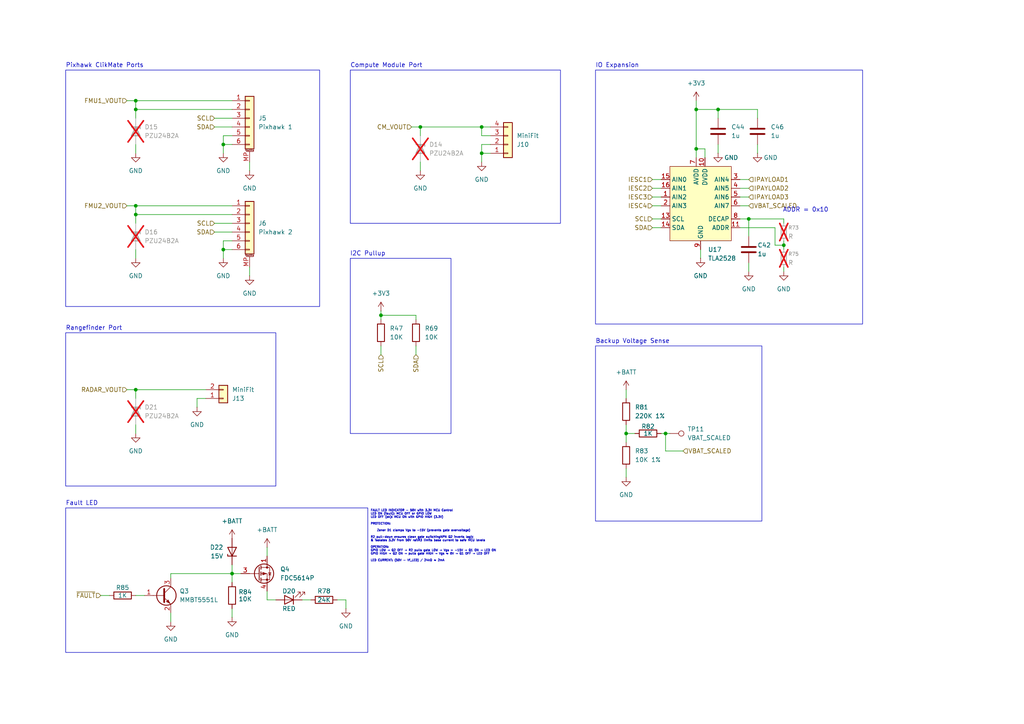
<source format=kicad_sch>
(kicad_sch (version 20250114) (generator "eeschema") (generator_version "9.0")
  (paper "A4")
  (lib_symbols
    (symbol "Analog_ADC_Extra:TLA2528"
      (property "Reference" "U" (at 13.208 20.574 0))
      (property "Value" "TA2528" (at 0 0 0))
      (symbol "TLA2528_1_1"
        (rectangle (start -8.89 10.16) (end 8.89 -11.43) (fill (type background)))
        (pin bidirectional line (at -11.43 6.35 0) (length 2.54) (name "AIN0") (number "15"))
        (pin bidirectional line (at -11.43 3.81 0) (length 2.54) (name "AIN1") (number "16"))
        (pin bidirectional line (at -11.43 1.27 0) (length 2.54) (name "AIN2") (number "1"))
        (pin bidirectional line (at -11.43 -1.27 0) (length 2.54) (name "AIN3") (number "2"))
        (pin input line (at -11.43 -5.08 0) (length 2.54) (name "SCL") (number "13"))
        (pin bidirectional line (at -11.43 -7.62 0) (length 2.54) (name "SDA") (number "14"))
        (pin power_in line (at -1.27 12.7 270) (length 2.54) (name "AVDD") (number "7"))
        (pin power_in line (at 0 -13.97 90) (length 2.54) (hide yes) (name "GND") (number "17"))
        (pin power_in line (at 0 -13.97 90) (length 2.54) (name "GND") (number "9"))
        (pin power_in line (at 1.27 12.7 270) (length 2.54) (name "DVDD") (number "10"))
        (pin no_connect line (at 2.54 -13.97 90) (length 2.54) (hide yes) (name "NC") (number "12"))
        (pin bidirectional line (at 11.43 6.35 180) (length 2.54) (name "AIN4") (number "3"))
        (pin bidirectional line (at 11.43 3.81 180) (length 2.54) (name "AIN5") (number "4"))
        (pin bidirectional line (at 11.43 1.27 180) (length 2.54) (name "AIN6") (number "5"))
        (pin bidirectional line (at 11.43 -1.27 180) (length 2.54) (name "AIN7") (number "6"))
        (pin passive line (at 11.43 -5.08 180) (length 2.54) (name "DECAP") (number "8"))
        (pin input line (at 11.43 -7.62 180) (length 2.54) (name "ADDR") (number "11"))
      )
    )
    (symbol "Connector:TestPoint" (pin_numbers (hide yes)) (pin_names (offset 0.762) (hide yes))
      (property "Reference" "TP" (at 0 6.858 0))
      (property "Value" "TestPoint" (at 0 5.08 0))
      (symbol "TestPoint_0_1"
        (circle (center 0 3.302) (radius 0.762))
      )
      (symbol "TestPoint_1_1"
        (pin passive line (at 0 0 90) (length 2.54) (name "1") (number "1"))
      )
    )
    (symbol "Connector_Generic:Conn_01x02" (pin_names (offset 1.016) (hide yes))
      (property "Reference" "J" (at 0 2.54 0))
      (property "Value" "Conn_01x02" (at 0 -5.08 0))
      (symbol "Conn_01x02_1_1"
        (rectangle (start -1.27 1.27) (end 1.27 -3.81) (stroke (width 0.254)) (fill (type background)))
        (rectangle (start -1.27 0.127) (end 0 -0.127) (stroke (width 0.1524)))
        (rectangle (start -1.27 -2.413) (end 0 -2.667) (stroke (width 0.1524)))
        (pin passive line (at -5.08 0 0) (length 3.81) (name "Pin_1") (number "1"))
        (pin passive line (at -5.08 -2.54 0) (length 3.81) (name "Pin_2") (number "2"))
      )
    )
    (symbol "Connector_Generic:Conn_01x04" (pin_names (offset 1.016) (hide yes))
      (property "Reference" "J" (at 0 5.08 0))
      (property "Value" "Conn_01x04" (at 0 -7.62 0))
      (symbol "Conn_01x04_1_1"
        (rectangle (start -1.27 3.81) (end 1.27 -6.35) (stroke (width 0.254)) (fill (type background)))
        (rectangle (start -1.27 2.667) (end 0 2.413) (stroke (width 0.1524)))
        (rectangle (start -1.27 0.127) (end 0 -0.127) (stroke (width 0.1524)))
        (rectangle (start -1.27 -2.413) (end 0 -2.667) (stroke (width 0.1524)))
        (rectangle (start -1.27 -4.953) (end 0 -5.207) (stroke (width 0.1524)))
        (pin passive line (at -5.08 2.54 0) (length 3.81) (name "Pin_1") (number "1"))
        (pin passive line (at -5.08 0 0) (length 3.81) (name "Pin_2") (number "2"))
        (pin passive line (at -5.08 -2.54 0) (length 3.81) (name "Pin_3") (number "3"))
        (pin passive line (at -5.08 -5.08 0) (length 3.81) (name "Pin_4") (number "4"))
      )
    )
    (symbol "Connector_Generic_MountingPin:Conn_01x06_MountingPin" (pin_names (offset 1.016) (hide yes))
      (property "Reference" "J" (at 0 7.62 0))
      (property "Value" "Conn_01x06_MountingPin" (at 1.27 -10.16 0))
      (symbol "Conn_01x06_MountingPin_1_1"
        (rectangle (start -1.27 6.35) (end 1.27 -8.89) (stroke (width 0.254)) (fill (type background)))
        (rectangle (start -1.27 5.207) (end 0 4.953) (stroke (width 0.1524)))
        (rectangle (start -1.27 2.667) (end 0 2.413) (stroke (width 0.1524)))
        (rectangle (start -1.27 0.127) (end 0 -0.127) (stroke (width 0.1524)))
        (rectangle (start -1.27 -2.413) (end 0 -2.667) (stroke (width 0.1524)))
        (rectangle (start -1.27 -4.953) (end 0 -5.207) (stroke (width 0.1524)))
        (rectangle (start -1.27 -7.493) (end 0 -7.747) (stroke (width 0.1524)))
        (polyline (pts (xy -1.016 -9.652) (xy 1.016 -9.652)) (stroke (width 0.1524)))
        (text "Mounting" (at 0 -9.271 0) (effects (font (size 0.381 0.381))))
        (pin passive line (at -5.08 5.08 0) (length 3.81) (name "Pin_1") (number "1"))
        (pin passive line (at -5.08 2.54 0) (length 3.81) (name "Pin_2") (number "2"))
        (pin passive line (at -5.08 0 0) (length 3.81) (name "Pin_3") (number "3"))
        (pin passive line (at -5.08 -2.54 0) (length 3.81) (name "Pin_4") (number "4"))
        (pin passive line (at -5.08 -5.08 0) (length 3.81) (name "Pin_5") (number "5"))
        (pin passive line (at -5.08 -7.62 0) (length 3.81) (name "Pin_6") (number "6"))
        (pin passive line (at 0 -12.7 90) (length 3.048) (name "MountPin") (number "MP"))
      )
    )
    (symbol "Device:C" (pin_numbers (hide yes)) (pin_names (offset 0.254))
      (property "Reference" "C" (at 0.635 2.54 0))
      (property "Value" "C" (at 0.635 -2.54 0))
      (symbol "C_0_1"
        (polyline (pts (xy -2.032 0.762) (xy 2.032 0.762)) (stroke (width 0.508)))
        (polyline (pts (xy -2.032 -0.762) (xy 2.032 -0.762)) (stroke (width 0.508)))
      )
      (symbol "C_1_1"
        (pin passive line (at 0 3.81 270) (length 2.794) (name "~") (number "1"))
        (pin passive line (at 0 -3.81 90) (length 2.794) (name "~") (number "2"))
      )
    )
    (symbol "Device:D_Zener" (pin_numbers (hide yes)) (pin_names (offset 1.016) (hide yes))
      (property "Reference" "D" (at 0 2.54 0))
      (property "Value" "D_Zener" (at 0 -2.54 0))
      (symbol "D_Zener_0_1"
        (polyline (pts (xy -1.27 -1.27) (xy -1.27 1.27) (xy -0.762 1.27)) (stroke (width 0.254)))
        (polyline (pts (xy 1.27 0) (xy -1.27 0)))
        (polyline (pts (xy 1.27 -1.27) (xy 1.27 1.27) (xy -1.27 0) (xy 1.27 -1.27)) (stroke (width 0.254)))
      )
      (symbol "D_Zener_1_1"
        (pin passive line (at -3.81 0 0) (length 2.54) (name "K") (number "1"))
        (pin passive line (at 3.81 0 180) (length 2.54) (name "A") (number "2"))
      )
    )
    (symbol "Device:LED" (pin_numbers (hide yes)) (pin_names (offset 1.016) (hide yes))
      (property "Reference" "D" (at 0 2.54 0))
      (property "Value" "LED" (at 0 -2.54 0))
      (symbol "LED_0_1"
        (polyline (pts (xy -3.048 -0.762) (xy -4.572 -2.286) (xy -3.81 -2.286) (xy -4.572 -2.286) (xy -4.572 -1.524)))
        (polyline (pts (xy -1.778 -0.762) (xy -3.302 -2.286) (xy -2.54 -2.286) (xy -3.302 -2.286) (xy -3.302 -1.524)))
        (polyline (pts (xy -1.27 0) (xy 1.27 0)))
        (polyline (pts (xy -1.27 -1.27) (xy -1.27 1.27)) (stroke (width 0.254)))
        (polyline (pts (xy 1.27 -1.27) (xy 1.27 1.27) (xy -1.27 0) (xy 1.27 -1.27)) (stroke (width 0.254)))
      )
      (symbol "LED_1_1"
        (pin passive line (at -3.81 0 0) (length 2.54) (name "K") (number "1"))
        (pin passive line (at 3.81 0 180) (length 2.54) (name "A") (number "2"))
      )
    )
    (symbol "Device:R" (pin_numbers (hide yes)) (pin_names (offset 0))
      (property "Reference" "R" (at 2.032 0 90))
      (property "Value" "R" (at 0 0 90))
      (symbol "R_0_1"
        (rectangle (start -1.016 -2.54) (end 1.016 2.54) (stroke (width 0.254)))
      )
      (symbol "R_1_1"
        (pin passive line (at 0 3.81 270) (length 1.27) (name "~") (number "1"))
        (pin passive line (at 0 -3.81 90) (length 1.27) (name "~") (number "2"))
      )
    )
    (symbol "Device:R_Small" (pin_numbers (hide yes)) (pin_names (offset 0.254) (hide yes))
      (property "Reference" "R" (at 0 0 90))
      (property "Value" "R_Small" (at 1.778 0 90))
      (symbol "R_Small_0_1"
        (rectangle (start -0.762 1.778) (end 0.762 -1.778) (stroke (width 0.2032)))
      )
      (symbol "R_Small_1_1"
        (pin passive line (at 0 2.54 270) (length 0.762) (name "~") (number "1"))
        (pin passive line (at 0 -2.54 90) (length 0.762) (name "~") (number "2"))
      )
    )
    (symbol "Transistor_BJT:MMBT5551L" (pin_names (offset 0) (hide yes))
      (property "Reference" "Q" (at 5.08 1.905 0))
      (property "Value" "MMBT5551L" (at 5.08 0 0))
      (symbol "MMBT5551L_0_1"
        (polyline (pts (xy -2.54 0) (xy 0.635 0)))
        (polyline (pts (xy 0.635 1.905) (xy 0.635 -1.905)) (stroke (width 0.508)))
        (circle (center 1.27 0) (radius 2.8194) (stroke (width 0.254)))
      )
      (symbol "MMBT5551L_1_1"
        (polyline (pts (xy 0.635 0.635) (xy 2.54 2.54)))
        (polyline (pts (xy 0.635 -0.635) (xy 2.54 -2.54)))
        (polyline (pts (xy 1.27 -1.778) (xy 1.778 -1.27) (xy 2.286 -2.286) (xy 1.27 -1.778)) (fill (type outline)))
        (pin input line (at -5.08 0 0) (length 2.54) (name "B") (number "1"))
        (pin passive line (at 2.54 5.08 270) (length 2.54) (name "C") (number "3"))
        (pin passive line (at 2.54 -5.08 90) (length 2.54) (name "E") (number "2"))
      )
    )
    (symbol "Transistor_FET:Q_PMOS_DGS" (pin_names (offset 0) (hide yes))
      (property "Reference" "Q4" (at 6.35 1.2701 0))
      (property "Value" "FDC5614P" (at 6.35 -1.2699 0))
      (symbol "Q_PMOS_DGS_0_1"
        (polyline (pts (xy 0.254 1.905) (xy 0.254 -1.905)) (stroke (width 0.254)))
        (polyline (pts (xy 0.254 0) (xy -2.54 0)))
        (polyline (pts (xy 0.762 2.286) (xy 0.762 1.27)) (stroke (width 0.254)))
        (polyline (pts (xy 0.762 1.778) (xy 3.302 1.778) (xy 3.302 -1.778) (xy 0.762 -1.778)))
        (polyline (pts (xy 0.762 0.508) (xy 0.762 -0.508)) (stroke (width 0.254)))
        (polyline (pts (xy 0.762 -1.27) (xy 0.762 -2.286)) (stroke (width 0.254)))
        (circle (center 1.651 0) (radius 2.794) (stroke (width 0.254)))
        (polyline (pts (xy 2.286 0) (xy 1.27 0.381) (xy 1.27 -0.381) (xy 2.286 0)) (fill (type outline)))
        (polyline (pts (xy 2.54 2.54) (xy 2.54 1.778)))
        (circle (center 2.54 1.778) (radius 0.254) (fill (type outline)))
        (circle (center 2.54 -1.778) (radius 0.254) (fill (type outline)))
        (polyline (pts (xy 2.54 -2.54) (xy 2.54 0) (xy 0.762 0)))
        (polyline (pts (xy 2.921 -0.381) (xy 3.683 -0.381)))
        (polyline (pts (xy 3.302 -0.381) (xy 2.921 0.254) (xy 3.683 0.254) (xy 3.302 -0.381)))
      )
      (symbol "Q_PMOS_DGS_1_1"
        (pin input line (at -5.08 0 0) (length 2.54) (name "G") (number "3"))
        (pin passive line (at 2.54 5.08 270) (length 2.54) (name "D") (number "1"))
        (pin passive line (at 2.54 5.08 270) (length 2.54) (hide yes) (name "D") (number "2"))
        (pin passive line (at 2.54 5.08 270) (length 2.54) (hide yes) (name "D") (number "5"))
        (pin passive line (at 2.54 5.08 270) (length 2.54) (hide yes) (name "D") (number "6"))
        (pin passive line (at 2.54 -5.08 90) (length 2.54) (name "S") (number "4"))
      )
    )
    (symbol "power:+3V3" (power) (pin_numbers (hide yes)) (pin_names (offset 0) (hide yes))
      (property "Value" "+3V3" (at 0 3.556 0))
      (symbol "+3V3_0_1"
        (polyline (pts (xy -0.762 1.27) (xy 0 2.54)))
        (polyline (pts (xy 0 2.54) (xy 0.762 1.27)))
        (polyline (pts (xy 0 0) (xy 0 2.54)))
      )
      (symbol "+3V3_1_1"
        (pin power_in line (at 0 0 90) (length 0) (name "~") (number "1"))
      )
    )
    (symbol "power:+BATT" (power) (pin_numbers (hide yes)) (pin_names (offset 0) (hide yes))
      (property "Value" "+BATT" (at 0 3.556 0))
      (symbol "+BATT_0_1"
        (polyline (pts (xy -0.762 1.27) (xy 0 2.54)))
        (polyline (pts (xy 0 2.54) (xy 0.762 1.27)))
        (polyline (pts (xy 0 0) (xy 0 2.54)))
      )
      (symbol "+BATT_1_1"
        (pin power_in line (at 0 0 90) (length 0) (name "~") (number "1"))
      )
    )
    (symbol "power:GND" (power) (pin_numbers (hide yes)) (pin_names (offset 0) (hide yes))
      (property "Value" "GND" (at 0 -3.81 0))
      (symbol "GND_0_1"
        (polyline (pts (xy 0 0) (xy 0 -1.27) (xy 1.27 -1.27) (xy 0 -2.54) (xy -1.27 -1.27) (xy 0 -1.27)))
      )
      (symbol "GND_1_1"
        (pin power_in line (at 0 0 270) (length 0) (name "~") (number "1"))
      )
    )
  )
  (rectangle (start 19.05 20.32) (end 92.71 88.9))
  (rectangle (start 172.72 100.33) (end 220.98 151.13))
  (rectangle (start 101.6 20.32) (end 162.56 64.77))
  (rectangle (start 172.72 20.32) (end 250.19 93.98))
  (rectangle (start 101.6 74.93) (end 130.81 125.73))
  (rectangle (start 19.05 96.52) (end 80.01 140.97))
  (rectangle (start 19.05 147.32) (end 106.68 189.23))
  (text "Fault LED" (at 19.05 146.05 0) (effects (font (size 1.27 1.27)) (justify left)))
  (text "Pixhawk ClikMate Ports" (at 19.05 19.05 0) (effects (font (size 1.27 1.27)) (justify left)))
  (text "I2C Pullup" (at 106.68 73.66 0) (effects (font (size 1.27 1.27))))
  (text "Rangefinder Port" (at 19.05 95.25 0) (effects (font (size 1.27 1.27)) (justify left)))
  (text "Backup Voltage Sense" (at 172.72 99.06 0) (effects (font (size 1.27 1.27)) (justify left)))
  (text "FAULT LED INDICATOR - 50V with 3.3V MCU Control\nLED ON (fault): MCU OFF or GPIO LOW\nLED OFF (ok): MCU ON with GPIO HIGH (3.3V)\n\nPROTECTION:\n\n    Zener D1 clamps Vgs to -15V (prevents gate overvoltage)\n\nR2 pull-down ensures clean gate switchingNPN Q2 inverts logic\n& isolates 3.3V from 50V railR3 limits base current to safe MCU levels\n\nOPERATION:\nGPIO LOW → Q2 OFF → R2 pulls gate LOW → Vgs = -15V → Q1 ON → LED ON\nGPIO HIGH → Q2 ON → pulls gate HIGH → Vgs ≈ 0V → Q1 OFF → LED OFF\n\nLED CURRENT: (50V - Vf_LED) / 24kΩ ≈ 2mA\n" (at 107.442 155.448 0) (effects (font (size 0.6 0.6)) (justify left)))
  (text "ADDR = 0x10" (at 233.68 60.96 0) (effects (font (size 1.27 1.27))))
  (text "Compute Module Port" (at 101.6 19.05 0) (effects (font (size 1.27 1.27)) (justify left)))
  (text "IO Expansion" (at 172.72 19.05 0) (effects (font (size 1.27 1.27)) (justify left)))
  (junction (at 110.49 91.44))
  (junction (at 39.37 31.75))
  (junction (at 208.28 31.75))
  (junction (at 217.17 63.5))
  (junction (at 39.37 113.03))
  (junction (at 39.37 62.23))
  (junction (at 227.33 71.12))
  (junction (at 67.31 166.37))
  (junction (at 181.61 125.73))
  (junction (at 64.77 72.39))
  (junction (at 64.77 41.91))
  (junction (at 201.93 31.75))
  (junction (at 39.37 59.69))
  (junction (at 121.92 36.83))
  (junction (at 39.37 29.21))
  (junction (at 193.04 125.73))
  (junction (at 139.7 36.83))
  (junction (at 201.93 43.18))
  (junction (at 139.7 44.45))
  (wire (pts (xy 193.04 130.81) (xy 198.12 130.81)))
  (wire (pts (xy 189.23 66.04) (xy 191.77 66.04)))
  (wire (pts (xy 64.77 69.85) (xy 64.77 72.39)))
  (wire (pts (xy 36.83 59.69) (xy 39.37 59.69)))
  (wire (pts (xy 39.37 59.69) (xy 67.31 59.69)))
  (wire (pts (xy 67.31 163.83) (xy 67.31 166.37)))
  (wire (pts (xy 120.65 100.33) (xy 120.65 102.87)))
  (wire (pts (xy 214.63 52.07) (xy 217.17 52.07)))
  (wire (pts (xy 72.39 46.99) (xy 72.39 49.53)))
  (wire (pts (xy 29.21 172.72) (xy 31.75 172.72)))
  (wire (pts (xy 67.31 166.37) (xy 69.85 166.37)))
  (wire (pts (xy 181.61 125.73) (xy 181.61 128.27)))
  (wire (pts (xy 184.15 125.73) (xy 181.61 125.73)))
  (wire (pts (xy 224.79 66.04) (xy 214.63 66.04)))
  (wire (pts (xy 36.83 29.21) (xy 39.37 29.21)))
  (wire (pts (xy 67.31 166.37) (xy 67.31 168.91)))
  (wire (pts (xy 110.49 100.33) (xy 110.49 102.87)))
  (wire (pts (xy 36.83 113.03) (xy 39.37 113.03)))
  (wire (pts (xy 67.31 176.53) (xy 67.31 179.07)))
  (wire (pts (xy 201.93 43.18) (xy 201.93 45.72)))
  (wire (pts (xy 208.28 31.75) (xy 219.71 31.75)))
  (wire (pts (xy 217.17 63.5) (xy 227.33 63.5)))
  (wire (pts (xy 57.15 115.57) (xy 59.69 115.57)))
  (wire (pts (xy 39.37 31.75) (xy 39.37 34.29)))
  (wire (pts (xy 227.33 71.12) (xy 224.79 71.12)))
  (wire (pts (xy 191.77 125.73) (xy 193.04 125.73)))
  (wire (pts (xy 139.7 36.83) (xy 142.24 36.83)))
  (wire (pts (xy 224.79 71.12) (xy 224.79 66.04)))
  (wire (pts (xy 120.65 91.44) (xy 110.49 91.44)))
  (wire (pts (xy 39.37 62.23) (xy 39.37 64.77)))
  (wire (pts (xy 67.31 39.37) (xy 64.77 39.37)))
  (wire (pts (xy 217.17 63.5) (xy 214.63 63.5)))
  (wire (pts (xy 208.28 41.91) (xy 208.28 44.45)))
  (wire (pts (xy 142.24 39.37) (xy 139.7 39.37)))
  (wire (pts (xy 121.92 36.83) (xy 139.7 36.83)))
  (wire (pts (xy 219.71 31.75) (xy 219.71 34.29)))
  (wire (pts (xy 77.47 173.99) (xy 80.01 173.99)))
  (wire (pts (xy 39.37 31.75) (xy 39.37 29.21)))
  (wire (pts (xy 49.53 166.37) (xy 67.31 166.37)))
  (wire (pts (xy 181.61 125.73) (xy 181.61 123.19)))
  (wire (pts (xy 49.53 177.8) (xy 49.53 180.34)))
  (wire (pts (xy 214.63 54.61) (xy 217.17 54.61)))
  (wire (pts (xy 193.04 125.73) (xy 194.31 125.73)))
  (wire (pts (xy 217.17 76.2) (xy 217.17 78.74)))
  (wire (pts (xy 62.23 67.31) (xy 67.31 67.31)))
  (wire (pts (xy 214.63 57.15) (xy 217.17 57.15)))
  (wire (pts (xy 227.33 63.5) (xy 227.33 64.77)))
  (wire (pts (xy 121.92 46.99) (xy 121.92 49.53)))
  (wire (pts (xy 49.53 166.37) (xy 49.53 167.64)))
  (wire (pts (xy 204.47 43.18) (xy 204.47 45.72)))
  (wire (pts (xy 62.23 64.77) (xy 67.31 64.77)))
  (wire (pts (xy 139.7 44.45) (xy 142.24 44.45)))
  (wire (pts (xy 39.37 62.23) (xy 39.37 59.69)))
  (wire (pts (xy 62.23 36.83) (xy 67.31 36.83)))
  (wire (pts (xy 189.23 59.69) (xy 191.77 59.69)))
  (wire (pts (xy 64.77 41.91) (xy 67.31 41.91)))
  (wire (pts (xy 39.37 72.39) (xy 39.37 74.93)))
  (wire (pts (xy 181.61 135.89) (xy 181.61 138.43)))
  (wire (pts (xy 139.7 46.99) (xy 139.7 44.45)))
  (wire (pts (xy 120.65 92.71) (xy 120.65 91.44)))
  (wire (pts (xy 77.47 158.75) (xy 77.47 161.29)))
  (wire (pts (xy 227.33 77.47) (xy 227.33 78.74)))
  (wire (pts (xy 39.37 113.03) (xy 59.69 113.03)))
  (wire (pts (xy 203.2 72.39) (xy 203.2 74.93)))
  (wire (pts (xy 39.37 123.19) (xy 39.37 125.73)))
  (wire (pts (xy 227.33 71.12) (xy 227.33 72.39)))
  (wire (pts (xy 87.63 173.99) (xy 90.17 173.99)))
  (wire (pts (xy 208.28 31.75) (xy 208.28 34.29)))
  (wire (pts (xy 201.93 29.21) (xy 201.93 31.75)))
  (wire (pts (xy 64.77 44.45) (xy 64.77 41.91)))
  (wire (pts (xy 39.37 172.72) (xy 41.91 172.72)))
  (wire (pts (xy 64.77 39.37) (xy 64.77 41.91)))
  (wire (pts (xy 139.7 39.37) (xy 139.7 36.83)))
  (wire (pts (xy 67.31 31.75) (xy 39.37 31.75)))
  (wire (pts (xy 64.77 72.39) (xy 67.31 72.39)))
  (wire (pts (xy 189.23 57.15) (xy 191.77 57.15)))
  (wire (pts (xy 39.37 29.21) (xy 67.31 29.21)))
  (wire (pts (xy 217.17 63.5) (xy 217.17 68.58)))
  (wire (pts (xy 201.93 43.18) (xy 204.47 43.18)))
  (wire (pts (xy 39.37 113.03) (xy 39.37 115.57)))
  (wire (pts (xy 100.33 173.99) (xy 97.79 173.99)))
  (wire (pts (xy 201.93 31.75) (xy 208.28 31.75)))
  (wire (pts (xy 100.33 176.53) (xy 100.33 173.99)))
  (wire (pts (xy 189.23 54.61) (xy 191.77 54.61)))
  (wire (pts (xy 39.37 41.91) (xy 39.37 44.45)))
  (wire (pts (xy 181.61 113.03) (xy 181.61 115.57)))
  (wire (pts (xy 67.31 62.23) (xy 39.37 62.23)))
  (wire (pts (xy 219.71 41.91) (xy 219.71 44.45)))
  (wire (pts (xy 62.23 34.29) (xy 67.31 34.29)))
  (wire (pts (xy 189.23 52.07) (xy 191.77 52.07)))
  (wire (pts (xy 64.77 74.93) (xy 64.77 72.39)))
  (wire (pts (xy 72.39 77.47) (xy 72.39 80.01)))
  (wire (pts (xy 119.38 36.83) (xy 121.92 36.83)))
  (wire (pts (xy 67.31 69.85) (xy 64.77 69.85)))
  (wire (pts (xy 189.23 63.5) (xy 191.77 63.5)))
  (wire (pts (xy 110.49 90.17) (xy 110.49 91.44)))
  (wire (pts (xy 57.15 118.11) (xy 57.15 115.57)))
  (wire (pts (xy 110.49 91.44) (xy 110.49 92.71)))
  (wire (pts (xy 201.93 31.75) (xy 201.93 43.18)))
  (wire (pts (xy 121.92 36.83) (xy 121.92 39.37)))
  (wire (pts (xy 193.04 125.73) (xy 193.04 130.81)))
  (wire (pts (xy 77.47 171.45) (xy 77.47 173.99)))
  (wire (pts (xy 227.33 69.85) (xy 227.33 71.12)))
  (wire (pts (xy 142.24 41.91) (xy 139.7 41.91)))
  (wire (pts (xy 214.63 59.69) (xy 217.17 59.69)))
  (wire (pts (xy 139.7 41.91) (xy 139.7 44.45)))
  (hierarchical_label "RADAR_VOUT" (shape input) (at 36.83 113.03 180))
  (hierarchical_label "FMU1_VOUT" (shape input) (at 36.83 29.21 180))
  (hierarchical_label "IESC4" (shape input) (at 189.23 59.69 180))
  (hierarchical_label "SDA" (shape input) (at 62.23 36.83 180))
  (hierarchical_label "FMU2_VOUT" (shape input) (at 36.83 59.69 180))
  (hierarchical_label "IPAYLOAD2" (shape input) (at 217.17 54.61 0))
  (hierarchical_label "IESC1" (shape input) (at 189.23 52.07 180))
  (hierarchical_label "SDA" (shape input) (at 189.23 66.04 180))
  (hierarchical_label "CM_VOUT" (shape input) (at 119.38 36.83 180))
  (hierarchical_label "~{FAULT}" (shape input) (at 29.21 172.72 180))
  (hierarchical_label "IPAYLOAD3" (shape input) (at 217.17 57.15 0))
  (hierarchical_label "SCL" (shape input) (at 110.49 102.87 270))
  (hierarchical_label "IPAYLOAD1" (shape input) (at 217.17 52.07 0))
  (hierarchical_label "IESC2" (shape input) (at 189.23 54.61 180))
  (hierarchical_label "SCL" (shape input) (at 189.23 63.5 180))
  (hierarchical_label "VBAT_SCALED" (shape input) (at 217.17 59.69 0))
  (hierarchical_label "VBAT_SCALED" (shape input) (at 198.12 130.81 0))
  (hierarchical_label "SCL" (shape input) (at 62.23 64.77 180))
  (hierarchical_label "SDA" (shape input) (at 62.23 67.31 180))
  (hierarchical_label "SDA" (shape input) (at 120.65 102.87 270))
  (hierarchical_label "IESC3" (shape input) (at 189.23 57.15 180))
  (hierarchical_label "SCL" (shape input) (at 62.23 34.29 180))
  (symbol (lib_id "Device:R_Small") (at 227.33 67.31 0) (unit 1) (in_bom no) (dnp yes)
    (property "Reference" "R73" (at 228.6 66.04 0) (effects (font (size 1.016 1.016)) (justify left)))
    (property "Value" "R" (at 228.6 68.58 0) (effects (justify left)))
    (property "Footprint" "Resistor_SMD:R_0402_1005Metric" (effects (hide yes)))
    (property "Description" "Resistor, small symbol" (effects (hide yes)))
  )
  (symbol (lib_id "power:GND") (at 121.92 49.53 0) (unit 1)
    (property "Reference" "#PWR0113" (effects (hide yes)))
    (property "Value" "GND" (at 121.92 54.61 0))
    (property "Description" "Power symbol creates a global label with name \"GND\" , ground" (effects (hide yes)))
  )
  (symbol (lib_id "power:+BATT") (at 77.47 158.75 0) (unit 1)
    (property "Reference" "#PWR0185" (effects (hide yes)))
    (property "Value" "+BATT" (at 77.47 153.67 0))
    (property "Description" "Power symbol creates a global label with name \"+BATT\"" (effects (hide yes)))
  )
  (symbol (lib_id "Analog_ADC_Extra:TLA2528") (at 203.2 58.42 0) (unit 1)
    (property "Reference" "U17" (at 205.3433 72.39 0) (effects (justify left)))
    (property "Value" "TLA2528" (at 205.3433 74.93 0) (effects (justify left)))
    (property "Footprint" "Package_DFN_QFN:WQFN-16-1EP_3x3mm_P0.5mm_EP1.68x1.68mm" (effects (hide yes)))
    (property "Datasheet" "https://www.ti.com/lit/ds/symlink/tla2528.pdf" (effects (hide yes)))
    (property "Description" "12 Bit Analog to Digital Converter 8 Input 1 SAR 16-WQFN" (effects (hide yes)))
  )
  (symbol (lib_id "Connector_Generic_MountingPin:Conn_01x06_MountingPin") (at 72.39 34.29 0) (unit 1)
    (property "Reference" "J5" (at 74.93 34.2899 0) (effects (justify left)))
    (property "Value" "Pixhawk 1" (at 74.93 36.8299 0) (effects (justify left)))
    (property "Footprint" "Connector_Molex:Molex_CLIK-Mate_502494-0670_1x06-1MP_P2.00mm_Horizontal" (effects (hide yes)))
    (property "Description" "Generic connectable mounting pin connector, single row, 01x06, script generated (kicad-library-utils/schlib/autogen/connector/)" (effects (hide yes)))
  )
  (symbol (lib_id "Device:C") (at 217.17 72.39 0) (unit 1)
    (property "Reference" "C42" (at 219.71 71.12 0) (effects (justify left)))
    (property "Value" "1u" (at 219.71 73.66 0) (effects (justify left)))
    (property "Footprint" "Capacitor_SMD:C_0402_1005Metric" (effects (hide yes)))
    (property "Description" "Unpolarized capacitor" (effects (hide yes)))
  )
  (symbol (lib_id "power:GND") (at 72.39 49.53 0) (unit 1)
    (property "Reference" "#PWR0148" (effects (hide yes)))
    (property "Value" "GND" (at 72.39 54.61 0))
    (property "Description" "Power symbol creates a global label with name \"GND\" , ground" (effects (hide yes)))
  )
  (symbol (lib_id "Device:LED") (at 83.82 173.99 180) (unit 1)
    (property "Reference" "D20" (at 83.82 171.45 0))
    (property "Value" "RED" (at 83.82 176.53 0))
    (property "Footprint" "LED_SMD:LED_0603_1608Metric" (effects (hide yes)))
    (property "Description" "Light emitting diode" (effects (hide yes)))
    (property "Sim.Pins" "1=K 2=A" (effects (hide yes)))
  )
  (symbol (lib_id "power:GND") (at 203.2 74.93 0) (unit 1)
    (property "Reference" "#PWR0157" (effects (hide yes)))
    (property "Value" "GND" (at 203.2 80.01 0))
    (property "Description" "Power symbol creates a global label with name \"GND\" , ground" (effects (hide yes)))
  )
  (symbol (lib_id "Device:R") (at 110.49 96.52 0) (unit 1)
    (property "Reference" "R47" (at 113.03 95.2499 0) (effects (justify left)))
    (property "Value" "10K" (at 113.03 97.7899 0) (effects (justify left)))
    (property "Footprint" "Resistor_SMD:R_0402_1005Metric" (effects (hide yes)))
    (property "Description" "Resistor" (effects (hide yes)))
  )
  (symbol (lib_id "Device:R") (at 187.96 125.73 90) (unit 1)
    (property "Reference" "R82" (at 187.96 123.698 90))
    (property "Value" "1K" (at 187.96 125.73 90))
    (property "Footprint" "Resistor_SMD:R_0603_1608Metric" (effects (hide yes)))
    (property "Description" "Resistor" (effects (hide yes)))
  )
  (symbol (lib_id "Device:D_Zener") (at 39.37 119.38 270) (unit 1) (dnp yes)
    (property "Reference" "D21" (at 41.91 118.1099 90) (effects (justify left)))
    (property "Value" "PZU24B2A" (at 41.91 120.6499 90) (effects (justify left)))
    (property "Footprint" "Diode_SMD:D_SOD-323F" (effects (hide yes)))
    (property "Description" "Zener diode" (effects (hide yes)))
  )
  (symbol (lib_id "power:GND") (at 39.37 125.73 0) (unit 1)
    (property "Reference" "#PWR0179" (effects (hide yes)))
    (property "Value" "GND" (at 39.37 130.81 0))
    (property "Description" "Power symbol creates a global label with name \"GND\" , ground" (effects (hide yes)))
  )
  (symbol (lib_id "power:GND") (at 67.31 179.07 0) (unit 1)
    (property "Reference" "#PWR0188" (effects (hide yes)))
    (property "Value" "GND" (at 67.31 184.15 0))
    (property "Description" "Power symbol creates a global label with name \"GND\" , ground" (effects (hide yes)))
  )
  (symbol (lib_id "power:+3V3") (at 201.93 29.21 0) (unit 1)
    (property "Reference" "#PWR0160" (effects (hide yes)))
    (property "Value" "+3V3" (at 201.93 24.13 0))
    (property "Description" "Power symbol creates a global label with name \"+3V3\"" (effects (hide yes)))
  )
  (symbol (lib_id "power:GND") (at 219.71 44.45 0) (unit 1)
    (property "Reference" "#PWR0162" (effects (hide yes)))
    (property "Value" "GND" (at 223.52 45.72 0))
    (property "Description" "Power symbol creates a global label with name \"GND\" , ground" (effects (hide yes)))
  )
  (symbol (lib_id "Device:R") (at 67.31 172.72 180) (unit 1)
    (property "Reference" "R84" (at 71.12 171.704 0))
    (property "Value" "10K" (at 71.12 173.736 0))
    (property "Footprint" "Resistor_SMD:R_0402_1005Metric" (effects (hide yes)))
    (property "Description" "Resistor" (effects (hide yes)))
  )
  (symbol (lib_id "Device:C") (at 208.28 38.1 0) (unit 1)
    (property "Reference" "C44" (at 212.09 36.8299 0) (effects (justify left)))
    (property "Value" "1u" (at 212.09 39.3699 0) (effects (justify left)))
    (property "Footprint" "Capacitor_SMD:C_0402_1005Metric" (effects (hide yes)))
    (property "Description" "Unpolarized capacitor" (effects (hide yes)))
  )
  (symbol (lib_id "Device:R_Small") (at 227.33 74.93 0) (unit 1) (in_bom no) (dnp yes)
    (property "Reference" "R75" (at 228.6 73.66 0) (effects (font (size 1.016 1.016)) (justify left)))
    (property "Value" "R" (at 228.6 76.2 0) (effects (justify left)))
    (property "Footprint" "Resistor_SMD:R_0402_1005Metric" (effects (hide yes)))
    (property "Description" "Resistor, small symbol" (effects (hide yes)))
  )
  (symbol (lib_id "power:GND") (at 49.53 180.34 0) (unit 1)
    (property "Reference" "#PWR0186" (effects (hide yes)))
    (property "Value" "GND" (at 49.53 185.42 0))
    (property "Description" "Power symbol creates a global label with name \"GND\" , ground" (effects (hide yes)))
  )
  (symbol (lib_id "power:GND") (at 64.77 74.93 0) (unit 1)
    (property "Reference" "#PWR0115" (effects (hide yes)))
    (property "Value" "GND" (at 64.77 80.01 0))
    (property "Description" "Power symbol creates a global label with name \"GND\" , ground" (effects (hide yes)))
  )
  (symbol (lib_id "power:GND") (at 64.77 44.45 0) (unit 1)
    (property "Reference" "#PWR0110" (effects (hide yes)))
    (property "Value" "GND" (at 64.77 49.53 0))
    (property "Description" "Power symbol creates a global label with name \"GND\" , ground" (effects (hide yes)))
  )
  (symbol (lib_id "Device:R") (at 181.61 132.08 0) (unit 1)
    (property "Reference" "R83" (at 184.15 130.8099 0) (effects (justify left)))
    (property "Value" "10K 1%" (at 184.15 133.3499 0) (effects (justify left)))
    (property "Footprint" "Resistor_SMD:R_0603_1608Metric" (effects (hide yes)))
    (property "Description" "Resistor" (effects (hide yes)))
  )
  (symbol (lib_id "Connector_Generic_MountingPin:Conn_01x06_MountingPin") (at 72.39 64.77 0) (unit 1)
    (property "Reference" "J6" (at 74.93 64.7699 0) (effects (justify left)))
    (property "Value" "Pixhawk 2" (at 74.93 67.3099 0) (effects (justify left)))
    (property "Footprint" "Connector_Molex:Molex_CLIK-Mate_502494-0670_1x06-1MP_P2.00mm_Horizontal" (effects (hide yes)))
    (property "Description" "Generic connectable mounting pin connector, single row, 01x06, script generated (kicad-library-utils/schlib/autogen/connector/)" (effects (hide yes)))
  )
  (symbol (lib_id "power:GND") (at 39.37 44.45 0) (unit 1)
    (property "Reference" "#PWR0114" (effects (hide yes)))
    (property "Value" "GND" (at 39.37 49.53 0))
    (property "Description" "Power symbol creates a global label with name \"GND\" , ground" (effects (hide yes)))
  )
  (symbol (lib_id "Transistor_FET:Q_PMOS_DGS") (at 74.93 166.37 0) (unit 1)
    (property "Reference" "Q4" (at 81.28 165.0999 0) (effects (justify left)))
    (property "Value" "FDC5614P" (at 81.28 167.6399 0) (effects (justify left)))
    (property "Footprint" "Package_TO_SOT_SMD:TSOT-23-6" (effects (hide yes)))
    (property "Description" "P-MOSFET transistor, drain/gate/source" (effects (hide yes)))
  )
  (symbol (lib_id "power:GND") (at 217.17 78.74 0) (unit 1)
    (property "Reference" "#PWR0156" (effects (hide yes)))
    (property "Value" "GND" (at 217.17 83.82 0))
    (property "Description" "Power symbol creates a global label with name \"GND\" , ground" (effects (hide yes)))
  )
  (symbol (lib_id "Device:D_Zener") (at 39.37 68.58 270) (unit 1) (dnp yes)
    (property "Reference" "D16" (at 41.91 67.3099 90) (effects (justify left)))
    (property "Value" "PZU24B2A" (at 41.91 69.8499 90) (effects (justify left)))
    (property "Footprint" "Diode_SMD:D_SOD-323F" (effects (hide yes)))
    (property "Description" "Zener diode" (effects (hide yes)))
  )
  (symbol (lib_id "power:GND") (at 57.15 118.11 0) (unit 1)
    (property "Reference" "#PWR0178" (effects (hide yes)))
    (property "Value" "GND" (at 57.15 123.19 0))
    (property "Description" "Power symbol creates a global label with name \"GND\" , ground" (effects (hide yes)))
  )
  (symbol (lib_id "power:GND") (at 227.33 78.74 0) (unit 1)
    (property "Reference" "#PWR0163" (effects (hide yes)))
    (property "Value" "GND" (at 227.33 83.82 0))
    (property "Description" "Power symbol creates a global label with name \"GND\" , ground" (effects (hide yes)))
  )
  (symbol (lib_id "Device:R") (at 120.65 96.52 0) (unit 1)
    (property "Reference" "R69" (at 123.19 95.2499 0) (effects (justify left)))
    (property "Value" "10K" (at 123.19 97.7899 0) (effects (justify left)))
    (property "Footprint" "Resistor_SMD:R_0402_1005Metric" (effects (hide yes)))
    (property "Description" "Resistor" (effects (hide yes)))
  )
  (symbol (lib_id "Connector_Generic:Conn_01x02") (at 64.77 115.57 0) (mirror x) (unit 1)
    (property "Reference" "J13" (at 67.31 115.5701 0) (effects (justify left)))
    (property "Value" "MiniFit" (at 67.31 113.0301 0) (effects (justify left)))
    (property "Footprint" "Connector_Molex:Molex_Mini-Fit_Jr_5569-02A2_2x01_P4.20mm_Horizontal" (effects (hide yes)))
    (property "Description" "Generic connector, single row, 01x02, script generated (kicad-library-utils/schlib/autogen/connector/)" (effects (hide yes)))
  )
  (symbol (lib_id "power:+BATT") (at 181.61 113.03 0) (unit 1)
    (property "Reference" "#PWR0183" (effects (hide yes)))
    (property "Value" "+BATT" (at 181.61 107.95 0))
    (property "Description" "Power symbol creates a global label with name \"+BATT\"" (effects (hide yes)))
  )
  (symbol (lib_id "power:GND") (at 208.28 44.45 0) (unit 1)
    (property "Reference" "#PWR0161" (effects (hide yes)))
    (property "Value" "GND" (at 212.09 45.72 0))
    (property "Description" "Power symbol creates a global label with name \"GND\" , ground" (effects (hide yes)))
  )
  (symbol (lib_id "Device:D_Zener") (at 67.31 160.02 90) (unit 1)
    (property "Reference" "D22" (at 64.77 158.7499 90) (effects (justify left)))
    (property "Value" "15V" (at 64.77 161.2899 90) (effects (justify left)))
    (property "Footprint" "Diode_SMD:D_SOD-523" (effects (hide yes)))
    (property "Description" "Zener diode" (effects (hide yes)))
  )
  (symbol (lib_id "power:GND") (at 181.61 138.43 0) (unit 1)
    (property "Reference" "#PWR0184" (effects (hide yes)))
    (property "Value" "GND" (at 181.61 143.51 0))
    (property "Description" "Power symbol creates a global label with name \"GND\" , ground" (effects (hide yes)))
  )
  (symbol (lib_id "Device:R") (at 93.98 173.99 90) (unit 1)
    (property "Reference" "R78" (at 93.98 171.45 90))
    (property "Value" "24K" (at 93.98 173.99 90))
    (property "Footprint" "Resistor_SMD:R_0402_1005Metric" (effects (hide yes)))
    (property "Description" "Resistor" (effects (hide yes)))
  )
  (symbol (lib_id "power:GND") (at 139.7 46.99 0) (unit 1)
    (property "Reference" "#PWR0112" (effects (hide yes)))
    (property "Value" "GND" (at 139.7 52.07 0))
    (property "Description" "Power symbol creates a global label with name \"GND\" , ground" (effects (hide yes)))
  )
  (symbol (lib_id "Transistor_BJT:MMBT5551L") (at 46.99 172.72 0) (unit 1)
    (property "Reference" "Q3" (at 52.07 171.4499 0) (effects (justify left)))
    (property "Value" "MMBT5551L" (at 52.07 173.9899 0) (effects (justify left)))
    (property "Footprint" "Package_TO_SOT_SMD:SOT-23" (effects (hide yes)))
    (property "Datasheet" "www.onsemi.com/pub/Collateral/MMBT5550LT1-D.PDF" (effects (hide yes)))
    (property "Description" "0.6A Ic, 160V Vce, NPN Transistor, SOT-23" (effects (hide yes)))
  )
  (symbol (lib_id "Connector_Generic:Conn_01x04") (at 147.32 41.91 0) (mirror x) (unit 1)
    (property "Reference" "J10" (at 149.86 41.9101 0) (effects (justify left)))
    (property "Value" "MiniFit" (at 149.86 39.3701 0) (effects (justify left)))
    (property "Footprint" "Connector_Molex:Molex_Mini-Fit_Jr_5569-04A2_2x02_P4.20mm_Horizontal" (effects (hide yes)))
    (property "Description" "Generic connector, single row, 01x04, script generated (kicad-library-utils/schlib/autogen/connector/)" (effects (hide yes)))
  )
  (symbol (lib_id "Device:D_Zener") (at 39.37 38.1 270) (unit 1) (dnp yes)
    (property "Reference" "D15" (at 41.91 36.8299 90) (effects (justify left)))
    (property "Value" "PZU24B2A" (at 41.91 39.3699 90) (effects (justify left)))
    (property "Footprint" "Diode_SMD:D_SOD-323F" (effects (hide yes)))
    (property "Description" "Zener diode" (effects (hide yes)))
  )
  (symbol (lib_id "Connector:TestPoint") (at 194.31 125.73 270) (unit 1) (in_bom no)
    (property "Reference" "TP11" (at 199.39 124.4599 90) (effects (justify left)))
    (property "Value" "VBAT_SCALED" (at 199.39 126.9999 90) (effects (justify left)))
    (property "Footprint" "TestPoint:TestPoint_Pad_1.5x1.5mm" (effects (hide yes)))
    (property "Description" "test point" (effects (hide yes)))
  )
  (symbol (lib_id "Device:R") (at 181.61 119.38 0) (unit 1)
    (property "Reference" "R81" (at 184.15 118.1099 0) (effects (justify left)))
    (property "Value" "220K 1%" (at 184.15 120.6499 0) (effects (justify left)))
    (property "Footprint" "Resistor_SMD:R_0603_1608Metric" (effects (hide yes)))
    (property "Description" "Resistor" (effects (hide yes)))
  )
  (symbol (lib_id "power:GND") (at 100.33 176.53 0) (unit 1)
    (property "Reference" "#PWR0164" (effects (hide yes)))
    (property "Value" "GND" (at 100.33 181.61 0))
    (property "Description" "Power symbol creates a global label with name \"GND\" , ground" (effects (hide yes)))
  )
  (symbol (lib_id "power:+BATT") (at 67.31 156.21 0) (unit 1)
    (property "Reference" "#PWR0187" (effects (hide yes)))
    (property "Value" "+BATT" (at 67.31 151.13 0))
    (property "Description" "Power symbol creates a global label with name \"+BATT\"" (effects (hide yes)))
  )
  (symbol (lib_id "power:+3V3") (at 110.49 90.17 0) (unit 1)
    (property "Reference" "#PWR0118" (effects (hide yes)))
    (property "Value" "+3V3" (at 110.49 85.09 0))
    (property "Description" "Power symbol creates a global label with name \"+3V3\"" (effects (hide yes)))
  )
  (symbol (lib_id "power:GND") (at 72.39 80.01 0) (unit 1)
    (property "Reference" "#PWR0150" (effects (hide yes)))
    (property "Value" "GND" (at 72.39 85.09 0))
    (property "Description" "Power symbol creates a global label with name \"GND\" , ground" (effects (hide yes)))
  )
  (symbol (lib_id "Device:R") (at 35.56 172.72 90) (unit 1)
    (property "Reference" "R85" (at 35.56 170.434 90))
    (property "Value" "1K" (at 35.56 172.72 90))
    (property "Footprint" "Resistor_SMD:R_0402_1005Metric" (effects (hide yes)))
    (property "Description" "Resistor" (effects (hide yes)))
  )
  (symbol (lib_id "Device:C") (at 219.71 38.1 0) (unit 1)
    (property "Reference" "C46" (at 223.52 36.8299 0) (effects (justify left)))
    (property "Value" "1u" (at 223.52 39.3699 0) (effects (justify left)))
    (property "Footprint" "Capacitor_SMD:C_0402_1005Metric" (effects (hide yes)))
    (property "Description" "Unpolarized capacitor" (effects (hide yes)))
  )
  (symbol (lib_id "power:GND") (at 39.37 74.93 0) (unit 1)
    (property "Reference" "#PWR0111" (effects (hide yes)))
    (property "Value" "GND" (at 39.37 80.01 0))
    (property "Description" "Power symbol creates a global label with name \"GND\" , ground" (effects (hide yes)))
  )
  (symbol (lib_id "Device:D_Zener") (at 121.92 43.18 270) (unit 1) (dnp yes)
    (property "Reference" "D14" (at 124.46 41.9099 90) (effects (justify left)))
    (property "Value" "PZU24B2A" (at 124.46 44.4499 90) (effects (justify left)))
    (property "Footprint" "Diode_SMD:D_SOD-323F" (effects (hide yes)))
    (property "Description" "Zener diode" (effects (hide yes)))
  )
)
</source>
